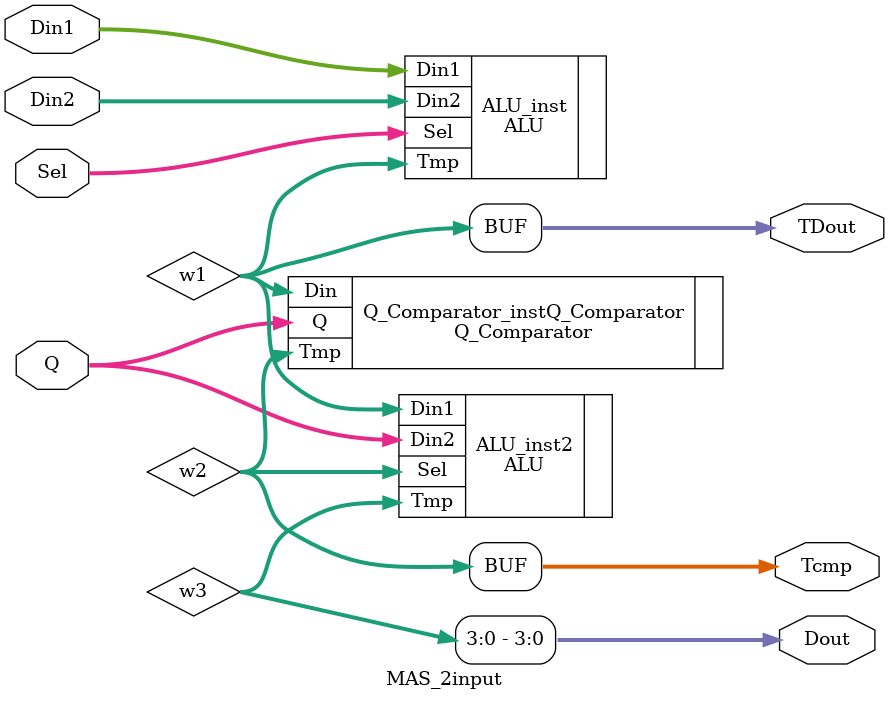
<source format=v>
`include "ALU.v"
`include "Q_Comparator.v"


module MAS_2input(
    input signed [4:0] Din1,
    input signed [4:0] Din2,
    input [1:0] Sel,
    input signed[4:0] Q,
    output [1:0] Tcmp,
    output signed [4:0] TDout,
    output signed [3:0] Dout
);

/*Write your design here*/
wire signed [4:0] w1;
wire [1:0] w2;
wire [4:0] w3;

ALU ALU_inst(.Din1(Din1), .Din2(Din2), .Sel(Sel), .Tmp(w1));
assign TDout = w1;
Q_Comparator Q_Comparator_instQ_Comparator(.Din(w1), .Q(Q), .Tmp(w2));
assign Tcmp = w2;
ALU ALU_inst2(.Din1(w1), .Din2(Q), .Sel(w2), .Tmp(w3));
assign Dout = w3[3:0];

endmodule
</source>
